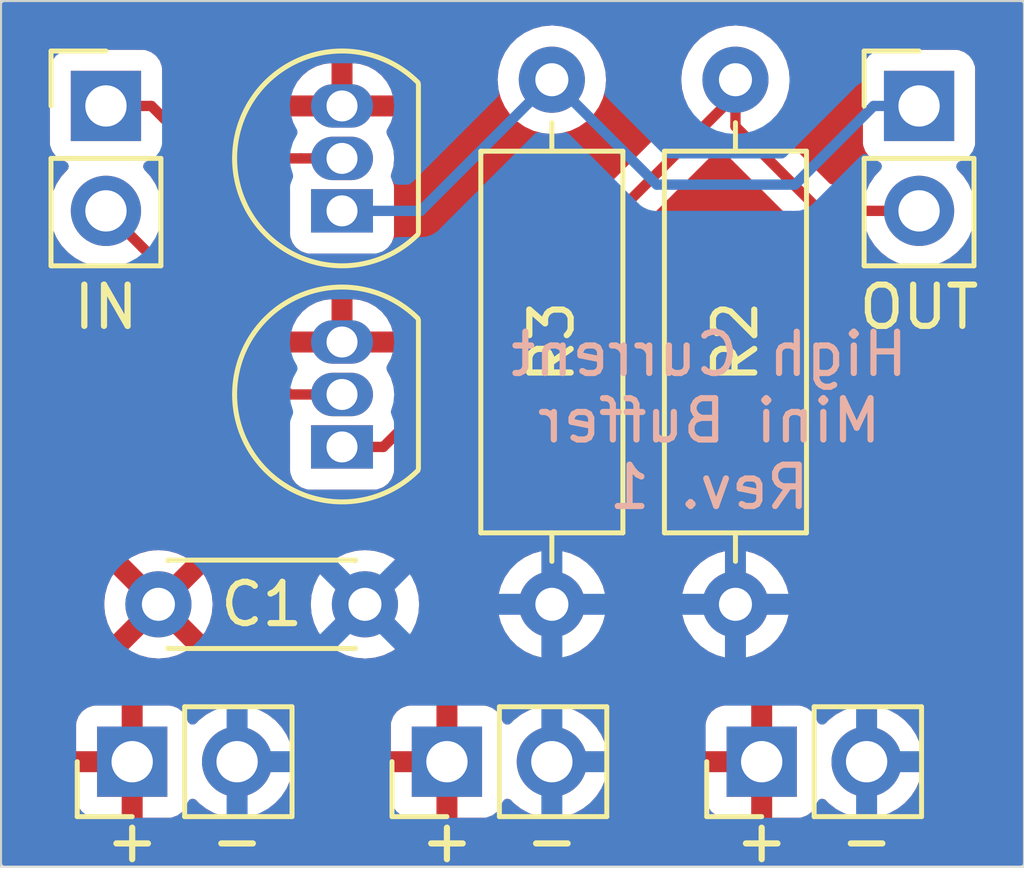
<source format=kicad_pcb>
(kicad_pcb (version 20221018) (generator pcbnew)
  (layers (0 "F.Cu" signal) (31 "B.Cu" signal) (34 "B.Paste" user) (35 "F.Paste" user) (36 "B.SilkS" user "B.Silkscreen") (37 "F.SilkS" user "F.Silkscreen") (38 "B.Mask" user) (39 "F.Mask" user) (44 "Edge.Cuts" user))
  (net 0 "")
  (net 1 "VCC")
  (net 2 "GND")
  (net 3 "Net-(J1-Pin_1)")
  (net 4 "Net-(J1-Pin_2)")
  (net 5 "Net-(J5-Pin_1)")
  (net 6 "Net-(J5-Pin_2)")
  (footprint "Capacitor_THT:C_Disc_D4.3mm_W1.9mm_P5.00mm" (layer "F.Cu") (at 21.59 31.115)
    (fp_text reference "C1" (at 2.5 0) (layer "F.SilkS"))
    (fp_text value "0.1uF")
    (fp_line (start 0.23 -1.07) (end 0.23 -1.055) (stroke (width 0.12)) (layer "F.SilkS"))
    (fp_line (start 0.23 -1.07) (end 4.77 -1.07) (stroke (width 0.12)) (layer "F.SilkS"))
    (fp_line (start 0.23 1.055) (end 0.23 1.07) (stroke (width 0.12)) (layer "F.SilkS"))
    (fp_line (start 0.23 1.07) (end 4.77 1.07) (stroke (width 0.12)) (layer "F.SilkS"))
    (fp_line (start 4.77 -1.07) (end 4.77 -1.055) (stroke (width 0.12)) (layer "F.SilkS"))
    (fp_line (start 4.77 1.055) (end 4.77 1.07) (stroke (width 0.12)) (layer "F.SilkS"))
    (pad "1" thru_hole circle (at 0 0) (size 1.6 1.6) (drill 0.8) (layers "*.Cu" "*.Mask") (net 1 "VCC"))
    (pad "2" thru_hole circle (at 5 0) (size 1.6 1.6) (drill 0.8) (layers "*.Cu" "*.Mask") (net 2 "GND"))
  )
  (footprint "Connector_PinHeader_2.54mm:PinHeader_1x02_P2.54mm_Vertical" (layer "F.Cu") (at 28.575 34.925 90)
    (fp_text reference "J3" hide)
    (fp_text value "Power" hide)
    (fp_line (start -1.33 -1.33) (end 0 -1.33) (stroke (width 0.12)) (layer "F.SilkS"))
    (fp_line (start -1.33 0) (end -1.33 -1.33) (stroke (width 0.12)) (layer "F.SilkS"))
    (fp_line (start -1.33 1.27) (end -1.33 3.87) (stroke (width 0.12)) (layer "F.SilkS"))
    (fp_line (start -1.33 1.27) (end 1.33 1.27) (stroke (width 0.12)) (layer "F.SilkS"))
    (fp_line (start -1.33 3.87) (end 1.33 3.87) (stroke (width 0.12)) (layer "F.SilkS"))
    (fp_line (start 1.33 1.27) (end 1.33 3.87) (stroke (width 0.12)) (layer "F.SilkS"))
    (pad "1" thru_hole rect (at 0 0 90) (size 1.7 1.7) (drill 1) (layers "*.Cu" "*.Mask") (net 1 "VCC"))
    (pad "2" thru_hole oval (at 0 2.54 90) (size 1.7 1.7) (drill 1) (layers "*.Cu" "*.Mask") (net 2 "GND"))
  )
  (footprint "Package_TO_SOT_THT:TO-92_Inline" (layer "F.Cu") (at 26.035 21.59 90)
    (fp_text reference "Q2" hide)
    (fp_text value "2N2222" hide)
    (fp_line (start -0.53 1.85) (end 3.07 1.85) (stroke (width 0.12)) (layer "F.SilkS"))
    (fp_arc (start -0.568478 1.838478) (mid -1.132087 -0.994977) (end 1.27 -2.6) (stroke (width 0.12)) (layer "F.SilkS"))
    (fp_arc (start 1.27 -2.6) (mid 3.672087 -0.994977) (end 3.108478 1.838478) (stroke (width 0.12)) (layer "F.SilkS"))
    (pad "1" thru_hole rect (at 0 0 90) (size 1.05 1.5) (drill 0.75) (layers "*.Cu" "*.Mask") (net 5 "Net-(J5-Pin_1)"))
    (pad "2" thru_hole oval (at 1.27 0 90) (size 1.05 1.5) (drill 0.75) (layers "*.Cu" "*.Mask") (net 3 "Net-(J1-Pin_1)"))
    (pad "3" thru_hole oval (at 2.54 0 90) (size 1.05 1.5) (drill 0.75) (layers "*.Cu" "*.Mask") (net 1 "VCC"))
  )
  (footprint "Package_TO_SOT_THT:TO-92_Inline" (layer "F.Cu") (at 26.035 27.305 90)
    (fp_text reference "Q3" hide)
    (fp_text value "2N2222" hide)
    (fp_line (start -0.53 1.85) (end 3.07 1.85) (stroke (width 0.12)) (layer "F.SilkS"))
    (fp_arc (start -0.568478 1.838478) (mid -1.132087 -0.994977) (end 1.27 -2.6) (stroke (width 0.12)) (layer "F.SilkS"))
    (fp_arc (start 1.27 -2.6) (mid 3.672087 -0.994977) (end 3.108478 1.838478) (stroke (width 0.12)) (layer "F.SilkS"))
    (pad "1" thru_hole rect (at 0 0 90) (size 1.05 1.5) (drill 0.75) (layers "*.Cu" "*.Mask") (net 6 "Net-(J5-Pin_2)"))
    (pad "2" thru_hole oval (at 1.27 0 90) (size 1.05 1.5) (drill 0.75) (layers "*.Cu" "*.Mask") (net 4 "Net-(J1-Pin_2)"))
    (pad "3" thru_hole oval (at 2.54 0 90) (size 1.05 1.5) (drill 0.75) (layers "*.Cu" "*.Mask") (net 1 "VCC"))
  )
  (footprint "Resistor_THT:R_Axial_DIN0309_L9.0mm_D3.2mm_P12.70mm_Horizontal" (layer "F.Cu") (at 31.115 18.415 -90)
    (fp_text reference "R3" (at 6.35 0 90) (layer "F.SilkS"))
    (fp_text value "1K")
    (fp_line (start 1.04 0) (end 1.73 0) (stroke (width 0.12)) (layer "F.SilkS"))
    (fp_line (start 1.73 -1.72) (end 1.73 1.72) (stroke (width 0.12)) (layer "F.SilkS"))
    (fp_line (start 1.73 1.72) (end 10.97 1.72) (stroke (width 0.12)) (layer "F.SilkS"))
    (fp_line (start 10.97 -1.72) (end 1.73 -1.72) (stroke (width 0.12)) (layer "F.SilkS"))
    (fp_line (start 10.97 1.72) (end 10.97 -1.72) (stroke (width 0.12)) (layer "F.SilkS"))
    (fp_line (start 11.66 0) (end 10.97 0) (stroke (width 0.12)) (layer "F.SilkS"))
    (pad "1" thru_hole circle (at 0 0 270) (size 1.6 1.6) (drill 0.8) (layers "*.Cu" "*.Mask") (net 5 "Net-(J5-Pin_1)"))
    (pad "2" thru_hole oval (at 12.7 0 270) (size 1.6 1.6) (drill 0.8) (layers "*.Cu" "*.Mask") (net 2 "GND"))
  )
  (footprint "Resistor_THT:R_Axial_DIN0309_L9.0mm_D3.2mm_P12.70mm_Horizontal" (layer "F.Cu") (at 35.56 18.415 -90)
    (fp_text reference "R2" (at 6.35 0 90) (layer "F.SilkS"))
    (fp_text value "1K")
    (fp_line (start 1.04 0) (end 1.73 0) (stroke (width 0.12)) (layer "F.SilkS"))
    (fp_line (start 1.73 -1.72) (end 1.73 1.72) (stroke (width 0.12)) (layer "F.SilkS"))
    (fp_line (start 1.73 1.72) (end 10.97 1.72) (stroke (width 0.12)) (layer "F.SilkS"))
    (fp_line (start 10.97 -1.72) (end 1.73 -1.72) (stroke (width 0.12)) (layer "F.SilkS"))
    (fp_line (start 10.97 1.72) (end 10.97 -1.72) (stroke (width 0.12)) (layer "F.SilkS"))
    (fp_line (start 11.66 0) (end 10.97 0) (stroke (width 0.12)) (layer "F.SilkS"))
    (pad "1" thru_hole circle (at 0 0 270) (size 1.6 1.6) (drill 0.8) (layers "*.Cu" "*.Mask") (net 6 "Net-(J5-Pin_2)"))
    (pad "2" thru_hole oval (at 12.7 0 270) (size 1.6 1.6) (drill 0.8) (layers "*.Cu" "*.Mask") (net 2 "GND"))
  )
  (footprint "Connector_PinHeader_2.54mm:PinHeader_1x02_P2.54mm_Vertical" (layer "F.Cu") (at 20.955 34.925 90)
    (fp_text reference "J2" hide)
    (fp_text value "Power" hide)
    (fp_line (start -1.33 -1.33) (end 0 -1.33) (stroke (width 0.12)) (layer "F.SilkS"))
    (fp_line (start -1.33 0) (end -1.33 -1.33) (stroke (width 0.12)) (layer "F.SilkS"))
    (fp_line (start -1.33 1.27) (end -1.33 3.87) (stroke (width 0.12)) (layer "F.SilkS"))
    (fp_line (start -1.33 1.27) (end 1.33 1.27) (stroke (width 0.12)) (layer "F.SilkS"))
    (fp_line (start -1.33 3.87) (end 1.33 3.87) (stroke (width 0.12)) (layer "F.SilkS"))
    (fp_line (start 1.33 1.27) (end 1.33 3.87) (stroke (width 0.12)) (layer "F.SilkS"))
    (pad "1" thru_hole rect (at 0 0 90) (size 1.7 1.7) (drill 1) (layers "*.Cu" "*.Mask") (net 1 "VCC"))
    (pad "2" thru_hole oval (at 0 2.54 90) (size 1.7 1.7) (drill 1) (layers "*.Cu" "*.Mask") (net 2 "GND"))
  )
  (footprint "Connector_PinHeader_2.54mm:PinHeader_1x02_P2.54mm_Vertical" (layer "F.Cu") (at 36.195 34.925 90)
    (fp_text reference "J4" hide)
    (fp_text value "Power" hide)
    (fp_line (start -1.33 -1.33) (end 0 -1.33) (stroke (width 0.12)) (layer "F.SilkS"))
    (fp_line (start -1.33 0) (end -1.33 -1.33) (stroke (width 0.12)) (layer "F.SilkS"))
    (fp_line (start -1.33 1.27) (end -1.33 3.87) (stroke (width 0.12)) (layer "F.SilkS"))
    (fp_line (start -1.33 1.27) (end 1.33 1.27) (stroke (width 0.12)) (layer "F.SilkS"))
    (fp_line (start -1.33 3.87) (end 1.33 3.87) (stroke (width 0.12)) (layer "F.SilkS"))
    (fp_line (start 1.33 1.27) (end 1.33 3.87) (stroke (width 0.12)) (layer "F.SilkS"))
    (pad "1" thru_hole rect (at 0 0 90) (size 1.7 1.7) (drill 1) (layers "*.Cu" "*.Mask") (net 1 "VCC"))
    (pad "2" thru_hole oval (at 0 2.54 90) (size 1.7 1.7) (drill 1) (layers "*.Cu" "*.Mask") (net 2 "GND"))
  )
  (footprint "Connector_PinHeader_2.54mm:PinHeader_1x02_P2.54mm_Vertical" (layer "F.Cu") (at 40.005 19.05)
    (fp_text reference "J5" hide)
    (fp_text value "OUT" (at 0 4.87) (layer "F.SilkS"))
    (fp_line (start -1.33 -1.33) (end 0 -1.33) (stroke (width 0.12)) (layer "F.SilkS"))
    (fp_line (start -1.33 0) (end -1.33 -1.33) (stroke (width 0.12)) (layer "F.SilkS"))
    (fp_line (start -1.33 1.27) (end -1.33 3.87) (stroke (width 0.12)) (layer "F.SilkS"))
    (fp_line (start -1.33 1.27) (end 1.33 1.27) (stroke (width 0.12)) (layer "F.SilkS"))
    (fp_line (start -1.33 3.87) (end 1.33 3.87) (stroke (width 0.12)) (layer "F.SilkS"))
    (fp_line (start 1.33 1.27) (end 1.33 3.87) (stroke (width 0.12)) (layer "F.SilkS"))
    (pad "1" thru_hole rect (at 0 0) (size 1.7 1.7) (drill 1) (layers "*.Cu" "*.Mask") (net 5 "Net-(J5-Pin_1)"))
    (pad "2" thru_hole oval (at 0 2.54) (size 1.7 1.7) (drill 1) (layers "*.Cu" "*.Mask") (net 6 "Net-(J5-Pin_2)"))
  )
  (footprint "Connector_PinHeader_2.54mm:PinHeader_1x02_P2.54mm_Vertical" (layer "F.Cu") (at 20.32 19.05)
    (fp_text reference "J1" hide)
    (fp_text value "IN" (at 0 4.87) (layer "F.SilkS"))
    (fp_line (start -1.33 -1.33) (end 0 -1.33) (stroke (width 0.12)) (layer "F.SilkS"))
    (fp_line (start -1.33 0) (end -1.33 -1.33) (stroke (width 0.12)) (layer "F.SilkS"))
    (fp_line (start -1.33 1.27) (end -1.33 3.87) (stroke (width 0.12)) (layer "F.SilkS"))
    (fp_line (start -1.33 1.27) (end 1.33 1.27) (stroke (width 0.12)) (layer "F.SilkS"))
    (fp_line (start -1.33 3.87) (end 1.33 3.87) (stroke (width 0.12)) (layer "F.SilkS"))
    (fp_line (start 1.33 1.27) (end 1.33 3.87) (stroke (width 0.12)) (layer "F.SilkS"))
    (pad "1" thru_hole rect (at 0 0) (size 1.7 1.7) (drill 1) (layers "*.Cu" "*.Mask") (net 3 "Net-(J1-Pin_1)"))
    (pad "2" thru_hole oval (at 0 2.54) (size 1.7 1.7) (drill 1) (layers "*.Cu" "*.Mask") (net 4 "Net-(J1-Pin_2)"))
  )
  (gr_line (start 17.78 37.465) (end 17.78 16.51) (stroke (width 0.05)) (layer "Edge.Cuts"))
  (gr_line (start 42.545 16.51) (end 42.545 37.465) (stroke (width 0.05)) (layer "Edge.Cuts"))
  (gr_line (start 17.78 16.51) (end 42.545 16.51) (stroke (width 0.05)) (layer "Edge.Cuts"))
  (gr_line (start 42.545 37.465) (end 17.78 37.465) (stroke (width 0.05)) (layer "Edge.Cuts"))
  (gr_text "High Current\nMini Buffer\nRev. 1" (at 34.925 26.67) (layer "B.SilkS") (effects (font (size 1 1)) (justify mirror)))
  (gr_text "-" (at 23.495 36.83) (layer "F.SilkS") (effects (font (size 1 1))))
  (gr_text "+" (at 36.195 36.83) (layer "F.SilkS") (effects (font (size 1 1))))
  (gr_text "-" (at 38.735 36.83) (layer "F.SilkS") (effects (font (size 1 1))))
  (gr_text "+" (at 28.575 36.83) (layer "F.SilkS") (effects (font (size 1 1))))
  (gr_text "-" (at 31.115 36.83) (layer "F.SilkS") (effects (font (size 1 1))))
  (gr_text "+" (at 20.955 36.83) (layer "F.SilkS") (effects (font (size 1 1))))
  (segment (start 25.035 20.32) (end 26.035 20.32) (width 0.25) (layer "F.Cu") (net 3))
  (segment (start 20.32 19.05) (end 21.42 19.05) (width 0.25) (layer "F.Cu") (net 3))
  (segment (start 22.69 20.32) (end 25.035 20.32) (width 0.25) (layer "F.Cu") (net 3))
  (segment (start 21.42 19.05) (end 22.69 20.32) (width 0.25) (layer "F.Cu") (net 3))
  (segment (start 20.32 21.59) (end 24.765 26.035) (width 0.25) (layer "F.Cu") (net 4))
  (segment (start 24.765 26.035) (end 26.035 26.035) (width 0.25) (layer "F.Cu") (net 4))
  (segment (start 38.905 19.05) (end 40.005 19.05) (width 0.25) (layer "B.Cu") (net 5))
  (segment (start 27.94 21.59) (end 31.115 18.415) (width 0.25) (layer "B.Cu") (net 5))
  (segment (start 37 20.955) (end 38.905 19.05) (width 0.25) (layer "B.Cu") (net 5))
  (segment (start 31.115 18.415) (end 33.655 20.955) (width 0.25) (layer "B.Cu") (net 5))
  (segment (start 26.035 21.59) (end 27.94 21.59) (width 0.25) (layer "B.Cu") (net 5))
  (segment (start 33.655 20.955) (end 37 20.955) (width 0.25) (layer "B.Cu") (net 5))
  (segment (start 35.56 18.415) (end 35.56 19.54637) (width 0.25) (layer "F.Cu") (net 6))
  (segment (start 37.60363 21.59) (end 38.802919 21.59) (width 0.25) (layer "F.Cu") (net 6))
  (segment (start 38.802919 21.59) (end 40.005 21.59) (width 0.25) (layer "F.Cu") (net 6))
  (segment (start 27.035 27.305) (end 35.56 18.78) (width 0.25) (layer "F.Cu") (net 6))
  (segment (start 35.56 18.78) (end 35.56 18.415) (width 0.25) (layer "F.Cu") (net 6))
  (segment (start 35.56 19.54637) (end 37.60363 21.59) (width 0.25) (layer "F.Cu") (net 6))
  (segment (start 26.035 27.305) (end 27.035 27.305) (width 0.25) (layer "F.Cu") (net 6))
  (zone (net 1) (net_name "VCC") (layer "F.Cu") (connect_pads (clearance 0.508)) (min_thickness 0.254) (fill yes (thermal_gap 0.508) (thermal_bridge_width 0.508))
    (polygon (pts (xy 42.545 37.465) (xy 17.78 37.465) (xy 17.78 16.51) (xy 42.545 16.51)))
  )
  (zone (net 2) (net_name "GND") (layer "B.Cu") (connect_pads (clearance 0.508)) (min_thickness 0.254) (fill yes (thermal_gap 0.508) (thermal_bridge_width 0.508))
    (polygon (pts (xy 42.545 37.465) (xy 17.78 37.465) (xy 17.78 16.51) (xy 42.545 16.51)))
  )
)
</source>
